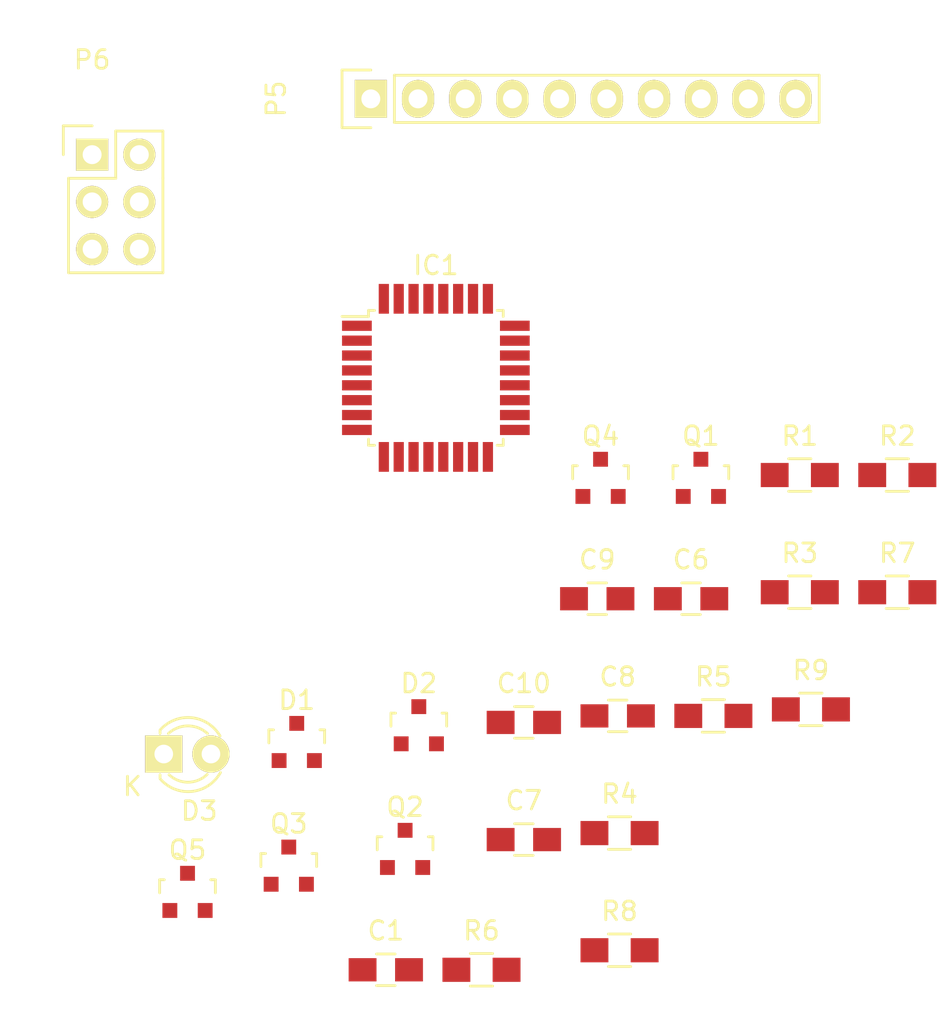
<source format=kicad_pcb>
(kicad_pcb (version 4) (host pcbnew 4.0.2+dfsg1-stable)

  (general
    (links 58)
    (no_connects 58)
    (area 0 0 0 0)
    (thickness 1.6)
    (drawings 0)
    (tracks 0)
    (zones 0)
    (modules 26)
    (nets 44)
  )

  (page A4)
  (layers
    (0 F.Cu signal)
    (31 B.Cu signal)
    (32 B.Adhes user)
    (33 F.Adhes user)
    (34 B.Paste user)
    (35 F.Paste user)
    (36 B.SilkS user)
    (37 F.SilkS user)
    (38 B.Mask user)
    (39 F.Mask user)
    (40 Dwgs.User user)
    (41 Cmts.User user)
    (42 Eco1.User user)
    (43 Eco2.User user)
    (44 Edge.Cuts user)
    (45 Margin user)
    (46 B.CrtYd user)
    (47 F.CrtYd user)
    (48 B.Fab user)
    (49 F.Fab user)
  )

  (setup
    (last_trace_width 0.25)
    (trace_clearance 0.2)
    (zone_clearance 0.508)
    (zone_45_only no)
    (trace_min 0.2)
    (segment_width 0.2)
    (edge_width 0.15)
    (via_size 0.6)
    (via_drill 0.4)
    (via_min_size 0.4)
    (via_min_drill 0.3)
    (uvia_size 0.3)
    (uvia_drill 0.1)
    (uvias_allowed no)
    (uvia_min_size 0.2)
    (uvia_min_drill 0.1)
    (pcb_text_width 0.3)
    (pcb_text_size 1.5 1.5)
    (mod_edge_width 0.15)
    (mod_text_size 1 1)
    (mod_text_width 0.15)
    (pad_size 1.524 1.524)
    (pad_drill 0.762)
    (pad_to_mask_clearance 0.2)
    (aux_axis_origin 0 0)
    (visible_elements FFFFFF7F)
    (pcbplotparams
      (layerselection 0x00030_80000001)
      (usegerberextensions false)
      (excludeedgelayer true)
      (linewidth 0.100000)
      (plotframeref false)
      (viasonmask false)
      (mode 1)
      (useauxorigin false)
      (hpglpennumber 1)
      (hpglpenspeed 20)
      (hpglpendiameter 15)
      (hpglpenoverlay 2)
      (psnegative false)
      (psa4output false)
      (plotreference true)
      (plotvalue true)
      (plotinvisibletext false)
      (padsonsilk false)
      (subtractmaskfromsilk false)
      (outputformat 1)
      (mirror false)
      (drillshape 1)
      (scaleselection 1)
      (outputdirectory ""))
  )

  (net 0 "")
  (net 1 /BRICK_I_FB)
  (net 2 GND)
  (net 3 +3V3)
  (net 4 "Net-(C7-Pad1)")
  (net 5 "Net-(C8-Pad2)")
  (net 6 "Net-(C9-Pad2)")
  (net 7 /UART_TX)
  (net 8 /UART_RX)
  (net 9 "Net-(D3-Pad2)")
  (net 10 /LCD_E)
  (net 11 /LCD_D4)
  (net 12 /LCD_D5)
  (net 13 /LCD_D6)
  (net 14 /LCD_D7)
  (net 15 /BRICK_ON)
  (net 16 /UC_ON)
  (net 17 /~CS_RFM)
  (net 18 /MOSI)
  (net 19 /MISO)
  (net 20 /SCK)
  (net 21 "Net-(IC1-Pad19)")
  (net 22 "Net-(IC1-Pad22)")
  (net 23 /STAT_LED)
  (net 24 "Net-(IC1-Pad25)")
  (net 25 /RFM_IRQ)
  (net 26 /RFM_CE)
  (net 27 /LCD_RW)
  (net 28 /~RESET)
  (net 29 /LCD_RS)
  (net 30 +5V)
  (net 31 "Net-(P5-Pad3)")
  (net 32 "Net-(Q1-Pad2)")
  (net 33 "Net-(Q1-Pad3)")
  (net 34 "Net-(Q2-Pad2)")
  (net 35 "Net-(Q2-Pad3)")
  (net 36 "Net-(C3-Pad1)")
  (net 37 "Net-(Q3-Pad2)")
  (net 38 +BATT)
  (net 39 "Net-(Q4-Pad3)")
  (net 40 "Net-(C2-Pad1)")
  (net 41 /CON_TX)
  (net 42 "Net-(R4-Pad1)")
  (net 43 /CON_RX)

  (net_class Default "This is the default net class."
    (clearance 0.2)
    (trace_width 0.25)
    (via_dia 0.6)
    (via_drill 0.4)
    (uvia_dia 0.3)
    (uvia_drill 0.1)
    (add_net +3V3)
    (add_net +5V)
    (add_net +BATT)
    (add_net /BRICK_I_FB)
    (add_net /BRICK_ON)
    (add_net /CON_RX)
    (add_net /CON_TX)
    (add_net /LCD_D4)
    (add_net /LCD_D5)
    (add_net /LCD_D6)
    (add_net /LCD_D7)
    (add_net /LCD_E)
    (add_net /LCD_RS)
    (add_net /LCD_RW)
    (add_net /MISO)
    (add_net /MOSI)
    (add_net /RFM_CE)
    (add_net /RFM_IRQ)
    (add_net /SCK)
    (add_net /STAT_LED)
    (add_net /UART_RX)
    (add_net /UART_TX)
    (add_net /UC_ON)
    (add_net /~CS_RFM)
    (add_net /~RESET)
    (add_net GND)
    (add_net "Net-(C2-Pad1)")
    (add_net "Net-(C3-Pad1)")
    (add_net "Net-(C7-Pad1)")
    (add_net "Net-(C8-Pad2)")
    (add_net "Net-(C9-Pad2)")
    (add_net "Net-(D3-Pad2)")
    (add_net "Net-(IC1-Pad19)")
    (add_net "Net-(IC1-Pad22)")
    (add_net "Net-(IC1-Pad25)")
    (add_net "Net-(P5-Pad3)")
    (add_net "Net-(Q1-Pad2)")
    (add_net "Net-(Q1-Pad3)")
    (add_net "Net-(Q2-Pad2)")
    (add_net "Net-(Q2-Pad3)")
    (add_net "Net-(Q3-Pad2)")
    (add_net "Net-(Q4-Pad3)")
    (add_net "Net-(R4-Pad1)")
  )

  (module Capacitors_SMD:C_0805_HandSoldering (layer F.Cu) (tedit 541A9B8D) (tstamp 574C50B4)
    (at 204.305001 120.325)
    (descr "Capacitor SMD 0805, hand soldering")
    (tags "capacitor 0805")
    (path /574C31C2)
    (attr smd)
    (fp_text reference C1 (at 0 -2.1) (layer F.SilkS)
      (effects (font (size 1 1) (thickness 0.15)))
    )
    (fp_text value 10n (at 0 2.1) (layer F.Fab)
      (effects (font (size 1 1) (thickness 0.15)))
    )
    (fp_line (start -2.3 -1) (end 2.3 -1) (layer F.CrtYd) (width 0.05))
    (fp_line (start -2.3 1) (end 2.3 1) (layer F.CrtYd) (width 0.05))
    (fp_line (start -2.3 -1) (end -2.3 1) (layer F.CrtYd) (width 0.05))
    (fp_line (start 2.3 -1) (end 2.3 1) (layer F.CrtYd) (width 0.05))
    (fp_line (start 0.5 -0.85) (end -0.5 -0.85) (layer F.SilkS) (width 0.15))
    (fp_line (start -0.5 0.85) (end 0.5 0.85) (layer F.SilkS) (width 0.15))
    (pad 1 smd rect (at -1.25 0) (size 1.5 1.25) (layers F.Cu F.Paste F.Mask)
      (net 1 /BRICK_I_FB))
    (pad 2 smd rect (at 1.25 0) (size 1.5 1.25) (layers F.Cu F.Paste F.Mask)
      (net 2 GND))
    (model Capacitors_SMD.3dshapes/C_0805_HandSoldering.wrl
      (at (xyz 0 0 0))
      (scale (xyz 1 1 1))
      (rotate (xyz 0 0 0))
    )
  )

  (module Capacitors_SMD:C_0805_HandSoldering (layer F.Cu) (tedit 541A9B8D) (tstamp 574C50BA)
    (at 220.735001 100.375)
    (descr "Capacitor SMD 0805, hand soldering")
    (tags "capacitor 0805")
    (path /574C773B)
    (attr smd)
    (fp_text reference C6 (at 0 -2.1) (layer F.SilkS)
      (effects (font (size 1 1) (thickness 0.15)))
    )
    (fp_text value 100n (at 0 2.1) (layer F.Fab)
      (effects (font (size 1 1) (thickness 0.15)))
    )
    (fp_line (start -2.3 -1) (end 2.3 -1) (layer F.CrtYd) (width 0.05))
    (fp_line (start -2.3 1) (end 2.3 1) (layer F.CrtYd) (width 0.05))
    (fp_line (start -2.3 -1) (end -2.3 1) (layer F.CrtYd) (width 0.05))
    (fp_line (start 2.3 -1) (end 2.3 1) (layer F.CrtYd) (width 0.05))
    (fp_line (start 0.5 -0.85) (end -0.5 -0.85) (layer F.SilkS) (width 0.15))
    (fp_line (start -0.5 0.85) (end 0.5 0.85) (layer F.SilkS) (width 0.15))
    (pad 1 smd rect (at -1.25 0) (size 1.5 1.25) (layers F.Cu F.Paste F.Mask)
      (net 3 +3V3))
    (pad 2 smd rect (at 1.25 0) (size 1.5 1.25) (layers F.Cu F.Paste F.Mask)
      (net 2 GND))
    (model Capacitors_SMD.3dshapes/C_0805_HandSoldering.wrl
      (at (xyz 0 0 0))
      (scale (xyz 1 1 1))
      (rotate (xyz 0 0 0))
    )
  )

  (module Capacitors_SMD:C_0805_HandSoldering (layer F.Cu) (tedit 541A9B8D) (tstamp 574C50C0)
    (at 211.735001 113.325)
    (descr "Capacitor SMD 0805, hand soldering")
    (tags "capacitor 0805")
    (path /574C749D)
    (attr smd)
    (fp_text reference C7 (at 0 -2.1) (layer F.SilkS)
      (effects (font (size 1 1) (thickness 0.15)))
    )
    (fp_text value 100n (at 0 2.1) (layer F.Fab)
      (effects (font (size 1 1) (thickness 0.15)))
    )
    (fp_line (start -2.3 -1) (end 2.3 -1) (layer F.CrtYd) (width 0.05))
    (fp_line (start -2.3 1) (end 2.3 1) (layer F.CrtYd) (width 0.05))
    (fp_line (start -2.3 -1) (end -2.3 1) (layer F.CrtYd) (width 0.05))
    (fp_line (start 2.3 -1) (end 2.3 1) (layer F.CrtYd) (width 0.05))
    (fp_line (start 0.5 -0.85) (end -0.5 -0.85) (layer F.SilkS) (width 0.15))
    (fp_line (start -0.5 0.85) (end 0.5 0.85) (layer F.SilkS) (width 0.15))
    (pad 1 smd rect (at -1.25 0) (size 1.5 1.25) (layers F.Cu F.Paste F.Mask)
      (net 4 "Net-(C7-Pad1)"))
    (pad 2 smd rect (at 1.25 0) (size 1.5 1.25) (layers F.Cu F.Paste F.Mask)
      (net 2 GND))
    (model Capacitors_SMD.3dshapes/C_0805_HandSoldering.wrl
      (at (xyz 0 0 0))
      (scale (xyz 1 1 1))
      (rotate (xyz 0 0 0))
    )
  )

  (module Capacitors_SMD:C_0805_HandSoldering (layer F.Cu) (tedit 541A9B8D) (tstamp 574C50C6)
    (at 216.785001 106.675)
    (descr "Capacitor SMD 0805, hand soldering")
    (tags "capacitor 0805")
    (path /574C1E66)
    (attr smd)
    (fp_text reference C8 (at 0 -2.1) (layer F.SilkS)
      (effects (font (size 1 1) (thickness 0.15)))
    )
    (fp_text value 22p (at 0 2.1) (layer F.Fab)
      (effects (font (size 1 1) (thickness 0.15)))
    )
    (fp_line (start -2.3 -1) (end 2.3 -1) (layer F.CrtYd) (width 0.05))
    (fp_line (start -2.3 1) (end 2.3 1) (layer F.CrtYd) (width 0.05))
    (fp_line (start -2.3 -1) (end -2.3 1) (layer F.CrtYd) (width 0.05))
    (fp_line (start 2.3 -1) (end 2.3 1) (layer F.CrtYd) (width 0.05))
    (fp_line (start 0.5 -0.85) (end -0.5 -0.85) (layer F.SilkS) (width 0.15))
    (fp_line (start -0.5 0.85) (end 0.5 0.85) (layer F.SilkS) (width 0.15))
    (pad 1 smd rect (at -1.25 0) (size 1.5 1.25) (layers F.Cu F.Paste F.Mask)
      (net 2 GND))
    (pad 2 smd rect (at 1.25 0) (size 1.5 1.25) (layers F.Cu F.Paste F.Mask)
      (net 5 "Net-(C8-Pad2)"))
    (model Capacitors_SMD.3dshapes/C_0805_HandSoldering.wrl
      (at (xyz 0 0 0))
      (scale (xyz 1 1 1))
      (rotate (xyz 0 0 0))
    )
  )

  (module Capacitors_SMD:C_0805_HandSoldering (layer F.Cu) (tedit 541A9B8D) (tstamp 574C50CC)
    (at 215.685001 100.375)
    (descr "Capacitor SMD 0805, hand soldering")
    (tags "capacitor 0805")
    (path /574C1D74)
    (attr smd)
    (fp_text reference C9 (at 0 -2.1) (layer F.SilkS)
      (effects (font (size 1 1) (thickness 0.15)))
    )
    (fp_text value 22p (at 0 2.1) (layer F.Fab)
      (effects (font (size 1 1) (thickness 0.15)))
    )
    (fp_line (start -2.3 -1) (end 2.3 -1) (layer F.CrtYd) (width 0.05))
    (fp_line (start -2.3 1) (end 2.3 1) (layer F.CrtYd) (width 0.05))
    (fp_line (start -2.3 -1) (end -2.3 1) (layer F.CrtYd) (width 0.05))
    (fp_line (start 2.3 -1) (end 2.3 1) (layer F.CrtYd) (width 0.05))
    (fp_line (start 0.5 -0.85) (end -0.5 -0.85) (layer F.SilkS) (width 0.15))
    (fp_line (start -0.5 0.85) (end 0.5 0.85) (layer F.SilkS) (width 0.15))
    (pad 1 smd rect (at -1.25 0) (size 1.5 1.25) (layers F.Cu F.Paste F.Mask)
      (net 2 GND))
    (pad 2 smd rect (at 1.25 0) (size 1.5 1.25) (layers F.Cu F.Paste F.Mask)
      (net 6 "Net-(C9-Pad2)"))
    (model Capacitors_SMD.3dshapes/C_0805_HandSoldering.wrl
      (at (xyz 0 0 0))
      (scale (xyz 1 1 1))
      (rotate (xyz 0 0 0))
    )
  )

  (module Capacitors_SMD:C_0805_HandSoldering (layer F.Cu) (tedit 541A9B8D) (tstamp 574C50D2)
    (at 211.735001 107.025)
    (descr "Capacitor SMD 0805, hand soldering")
    (tags "capacitor 0805")
    (path /574CCB2B)
    (attr smd)
    (fp_text reference C10 (at 0 -2.1) (layer F.SilkS)
      (effects (font (size 1 1) (thickness 0.15)))
    )
    (fp_text value 100n (at 0 2.1) (layer F.Fab)
      (effects (font (size 1 1) (thickness 0.15)))
    )
    (fp_line (start -2.3 -1) (end 2.3 -1) (layer F.CrtYd) (width 0.05))
    (fp_line (start -2.3 1) (end 2.3 1) (layer F.CrtYd) (width 0.05))
    (fp_line (start -2.3 -1) (end -2.3 1) (layer F.CrtYd) (width 0.05))
    (fp_line (start 2.3 -1) (end 2.3 1) (layer F.CrtYd) (width 0.05))
    (fp_line (start 0.5 -0.85) (end -0.5 -0.85) (layer F.SilkS) (width 0.15))
    (fp_line (start -0.5 0.85) (end 0.5 0.85) (layer F.SilkS) (width 0.15))
    (pad 1 smd rect (at -1.25 0) (size 1.5 1.25) (layers F.Cu F.Paste F.Mask)
      (net 3 +3V3))
    (pad 2 smd rect (at 1.25 0) (size 1.5 1.25) (layers F.Cu F.Paste F.Mask)
      (net 2 GND))
    (model Capacitors_SMD.3dshapes/C_0805_HandSoldering.wrl
      (at (xyz 0 0 0))
      (scale (xyz 1 1 1))
      (rotate (xyz 0 0 0))
    )
  )

  (module TO_SOT_Packages_SMD:SOT-23 (layer F.Cu) (tedit 553634F8) (tstamp 574C50D9)
    (at 199.512143 108.075)
    (descr "SOT-23, Standard")
    (tags SOT-23)
    (path /574C1DD6)
    (attr smd)
    (fp_text reference D1 (at 0 -2.25) (layer F.SilkS)
      (effects (font (size 1 1) (thickness 0.15)))
    )
    (fp_text value BAR43S (at 0 2.3) (layer F.Fab)
      (effects (font (size 1 1) (thickness 0.15)))
    )
    (fp_line (start -1.65 -1.6) (end 1.65 -1.6) (layer F.CrtYd) (width 0.05))
    (fp_line (start 1.65 -1.6) (end 1.65 1.6) (layer F.CrtYd) (width 0.05))
    (fp_line (start 1.65 1.6) (end -1.65 1.6) (layer F.CrtYd) (width 0.05))
    (fp_line (start -1.65 1.6) (end -1.65 -1.6) (layer F.CrtYd) (width 0.05))
    (fp_line (start 1.29916 -0.65024) (end 1.2509 -0.65024) (layer F.SilkS) (width 0.15))
    (fp_line (start -1.49982 0.0508) (end -1.49982 -0.65024) (layer F.SilkS) (width 0.15))
    (fp_line (start -1.49982 -0.65024) (end -1.2509 -0.65024) (layer F.SilkS) (width 0.15))
    (fp_line (start 1.29916 -0.65024) (end 1.49982 -0.65024) (layer F.SilkS) (width 0.15))
    (fp_line (start 1.49982 -0.65024) (end 1.49982 0.0508) (layer F.SilkS) (width 0.15))
    (pad 1 smd rect (at -0.95 1.00076) (size 0.8001 0.8001) (layers F.Cu F.Paste F.Mask)
      (net 3 +3V3))
    (pad 2 smd rect (at 0.95 1.00076) (size 0.8001 0.8001) (layers F.Cu F.Paste F.Mask)
      (net 2 GND))
    (pad 3 smd rect (at 0 -0.99822) (size 0.8001 0.8001) (layers F.Cu F.Paste F.Mask)
      (net 7 /UART_TX))
    (model TO_SOT_Packages_SMD.3dshapes/SOT-23.wrl
      (at (xyz 0 0 0))
      (scale (xyz 1 1 1))
      (rotate (xyz 0 0 0))
    )
  )

  (module TO_SOT_Packages_SMD:SOT-23 (layer F.Cu) (tedit 553634F8) (tstamp 574C50E0)
    (at 206.082143 107.175)
    (descr "SOT-23, Standard")
    (tags SOT-23)
    (path /574C223A)
    (attr smd)
    (fp_text reference D2 (at 0 -2.25) (layer F.SilkS)
      (effects (font (size 1 1) (thickness 0.15)))
    )
    (fp_text value BAR43S (at 0 2.3) (layer F.Fab)
      (effects (font (size 1 1) (thickness 0.15)))
    )
    (fp_line (start -1.65 -1.6) (end 1.65 -1.6) (layer F.CrtYd) (width 0.05))
    (fp_line (start 1.65 -1.6) (end 1.65 1.6) (layer F.CrtYd) (width 0.05))
    (fp_line (start 1.65 1.6) (end -1.65 1.6) (layer F.CrtYd) (width 0.05))
    (fp_line (start -1.65 1.6) (end -1.65 -1.6) (layer F.CrtYd) (width 0.05))
    (fp_line (start 1.29916 -0.65024) (end 1.2509 -0.65024) (layer F.SilkS) (width 0.15))
    (fp_line (start -1.49982 0.0508) (end -1.49982 -0.65024) (layer F.SilkS) (width 0.15))
    (fp_line (start -1.49982 -0.65024) (end -1.2509 -0.65024) (layer F.SilkS) (width 0.15))
    (fp_line (start 1.29916 -0.65024) (end 1.49982 -0.65024) (layer F.SilkS) (width 0.15))
    (fp_line (start 1.49982 -0.65024) (end 1.49982 0.0508) (layer F.SilkS) (width 0.15))
    (pad 1 smd rect (at -0.95 1.00076) (size 0.8001 0.8001) (layers F.Cu F.Paste F.Mask)
      (net 3 +3V3))
    (pad 2 smd rect (at 0.95 1.00076) (size 0.8001 0.8001) (layers F.Cu F.Paste F.Mask)
      (net 2 GND))
    (pad 3 smd rect (at 0 -0.99822) (size 0.8001 0.8001) (layers F.Cu F.Paste F.Mask)
      (net 8 /UART_RX))
    (model TO_SOT_Packages_SMD.3dshapes/SOT-23.wrl
      (at (xyz 0 0 0))
      (scale (xyz 1 1 1))
      (rotate (xyz 0 0 0))
    )
  )

  (module LEDs:LED-3MM (layer F.Cu) (tedit 559B82F6) (tstamp 574C50E6)
    (at 192.355001 108.725)
    (descr "LED 3mm round vertical")
    (tags "LED  3mm round vertical")
    (path /574CF70A)
    (fp_text reference D3 (at 1.91 3.06) (layer F.SilkS)
      (effects (font (size 1 1) (thickness 0.15)))
    )
    (fp_text value LED (at 1.3 -2.9) (layer F.Fab)
      (effects (font (size 1 1) (thickness 0.15)))
    )
    (fp_line (start -1.2 2.3) (end 3.8 2.3) (layer F.CrtYd) (width 0.05))
    (fp_line (start 3.8 2.3) (end 3.8 -2.2) (layer F.CrtYd) (width 0.05))
    (fp_line (start 3.8 -2.2) (end -1.2 -2.2) (layer F.CrtYd) (width 0.05))
    (fp_line (start -1.2 -2.2) (end -1.2 2.3) (layer F.CrtYd) (width 0.05))
    (fp_line (start -0.199 1.314) (end -0.199 1.114) (layer F.SilkS) (width 0.15))
    (fp_line (start -0.199 -1.28) (end -0.199 -1.1) (layer F.SilkS) (width 0.15))
    (fp_arc (start 1.301 0.034) (end -0.199 -1.286) (angle 108.5) (layer F.SilkS) (width 0.15))
    (fp_arc (start 1.301 0.034) (end 0.25 -1.1) (angle 85.7) (layer F.SilkS) (width 0.15))
    (fp_arc (start 1.311 0.034) (end 3.051 0.994) (angle 110) (layer F.SilkS) (width 0.15))
    (fp_arc (start 1.301 0.034) (end 2.335 1.094) (angle 87.5) (layer F.SilkS) (width 0.15))
    (fp_text user K (at -1.69 1.74) (layer F.SilkS)
      (effects (font (size 1 1) (thickness 0.15)))
    )
    (pad 1 thru_hole rect (at 0 0 90) (size 2 2) (drill 1.00076) (layers *.Cu *.Mask F.SilkS)
      (net 2 GND))
    (pad 2 thru_hole circle (at 2.54 0) (size 2 2) (drill 1.00076) (layers *.Cu *.Mask F.SilkS)
      (net 9 "Net-(D3-Pad2)"))
    (model LEDs.3dshapes/LED-3MM.wrl
      (at (xyz 0.05 0 0))
      (scale (xyz 1 1 1))
      (rotate (xyz 0 0 90))
    )
  )

  (module Housings_QFP:TQFP-32_7x7mm_Pitch0.8mm (layer F.Cu) (tedit 54130A77) (tstamp 574C510A)
    (at 207 88.5)
    (descr "32-Lead Plastic Thin Quad Flatpack (PT) - 7x7x1.0 mm Body, 2.00 mm [TQFP] (see Microchip Packaging Specification 00000049BS.pdf)")
    (tags "QFP 0.8")
    (path /574C1C85)
    (attr smd)
    (fp_text reference IC1 (at 0 -6.05) (layer F.SilkS)
      (effects (font (size 1 1) (thickness 0.15)))
    )
    (fp_text value ATMEGA328P-A (at 0 6.05) (layer F.Fab)
      (effects (font (size 1 1) (thickness 0.15)))
    )
    (fp_line (start -5.3 -5.3) (end -5.3 5.3) (layer F.CrtYd) (width 0.05))
    (fp_line (start 5.3 -5.3) (end 5.3 5.3) (layer F.CrtYd) (width 0.05))
    (fp_line (start -5.3 -5.3) (end 5.3 -5.3) (layer F.CrtYd) (width 0.05))
    (fp_line (start -5.3 5.3) (end 5.3 5.3) (layer F.CrtYd) (width 0.05))
    (fp_line (start -3.625 -3.625) (end -3.625 -3.3) (layer F.SilkS) (width 0.15))
    (fp_line (start 3.625 -3.625) (end 3.625 -3.3) (layer F.SilkS) (width 0.15))
    (fp_line (start 3.625 3.625) (end 3.625 3.3) (layer F.SilkS) (width 0.15))
    (fp_line (start -3.625 3.625) (end -3.625 3.3) (layer F.SilkS) (width 0.15))
    (fp_line (start -3.625 -3.625) (end -3.3 -3.625) (layer F.SilkS) (width 0.15))
    (fp_line (start -3.625 3.625) (end -3.3 3.625) (layer F.SilkS) (width 0.15))
    (fp_line (start 3.625 3.625) (end 3.3 3.625) (layer F.SilkS) (width 0.15))
    (fp_line (start 3.625 -3.625) (end 3.3 -3.625) (layer F.SilkS) (width 0.15))
    (fp_line (start -3.625 -3.3) (end -5.05 -3.3) (layer F.SilkS) (width 0.15))
    (pad 1 smd rect (at -4.25 -2.8) (size 1.6 0.55) (layers F.Cu F.Paste F.Mask)
      (net 10 /LCD_E))
    (pad 2 smd rect (at -4.25 -2) (size 1.6 0.55) (layers F.Cu F.Paste F.Mask)
      (net 11 /LCD_D4))
    (pad 3 smd rect (at -4.25 -1.2) (size 1.6 0.55) (layers F.Cu F.Paste F.Mask)
      (net 2 GND))
    (pad 4 smd rect (at -4.25 -0.4) (size 1.6 0.55) (layers F.Cu F.Paste F.Mask)
      (net 3 +3V3))
    (pad 5 smd rect (at -4.25 0.4) (size 1.6 0.55) (layers F.Cu F.Paste F.Mask)
      (net 2 GND))
    (pad 6 smd rect (at -4.25 1.2) (size 1.6 0.55) (layers F.Cu F.Paste F.Mask)
      (net 3 +3V3))
    (pad 7 smd rect (at -4.25 2) (size 1.6 0.55) (layers F.Cu F.Paste F.Mask)
      (net 5 "Net-(C8-Pad2)"))
    (pad 8 smd rect (at -4.25 2.8) (size 1.6 0.55) (layers F.Cu F.Paste F.Mask)
      (net 6 "Net-(C9-Pad2)"))
    (pad 9 smd rect (at -2.8 4.25 90) (size 1.6 0.55) (layers F.Cu F.Paste F.Mask)
      (net 12 /LCD_D5))
    (pad 10 smd rect (at -2 4.25 90) (size 1.6 0.55) (layers F.Cu F.Paste F.Mask)
      (net 13 /LCD_D6))
    (pad 11 smd rect (at -1.2 4.25 90) (size 1.6 0.55) (layers F.Cu F.Paste F.Mask)
      (net 14 /LCD_D7))
    (pad 12 smd rect (at -0.4 4.25 90) (size 1.6 0.55) (layers F.Cu F.Paste F.Mask)
      (net 15 /BRICK_ON))
    (pad 13 smd rect (at 0.4 4.25 90) (size 1.6 0.55) (layers F.Cu F.Paste F.Mask)
      (net 16 /UC_ON))
    (pad 14 smd rect (at 1.2 4.25 90) (size 1.6 0.55) (layers F.Cu F.Paste F.Mask)
      (net 17 /~CS_RFM))
    (pad 15 smd rect (at 2 4.25 90) (size 1.6 0.55) (layers F.Cu F.Paste F.Mask)
      (net 18 /MOSI))
    (pad 16 smd rect (at 2.8 4.25 90) (size 1.6 0.55) (layers F.Cu F.Paste F.Mask)
      (net 19 /MISO))
    (pad 17 smd rect (at 4.25 2.8) (size 1.6 0.55) (layers F.Cu F.Paste F.Mask)
      (net 20 /SCK))
    (pad 18 smd rect (at 4.25 2) (size 1.6 0.55) (layers F.Cu F.Paste F.Mask)
      (net 3 +3V3))
    (pad 19 smd rect (at 4.25 1.2) (size 1.6 0.55) (layers F.Cu F.Paste F.Mask)
      (net 21 "Net-(IC1-Pad19)"))
    (pad 20 smd rect (at 4.25 0.4) (size 1.6 0.55) (layers F.Cu F.Paste F.Mask)
      (net 4 "Net-(C7-Pad1)"))
    (pad 21 smd rect (at 4.25 -0.4) (size 1.6 0.55) (layers F.Cu F.Paste F.Mask)
      (net 2 GND))
    (pad 22 smd rect (at 4.25 -1.2) (size 1.6 0.55) (layers F.Cu F.Paste F.Mask)
      (net 22 "Net-(IC1-Pad22)"))
    (pad 23 smd rect (at 4.25 -2) (size 1.6 0.55) (layers F.Cu F.Paste F.Mask)
      (net 1 /BRICK_I_FB))
    (pad 24 smd rect (at 4.25 -2.8) (size 1.6 0.55) (layers F.Cu F.Paste F.Mask)
      (net 23 /STAT_LED))
    (pad 25 smd rect (at 2.8 -4.25 90) (size 1.6 0.55) (layers F.Cu F.Paste F.Mask)
      (net 24 "Net-(IC1-Pad25)"))
    (pad 26 smd rect (at 2 -4.25 90) (size 1.6 0.55) (layers F.Cu F.Paste F.Mask)
      (net 25 /RFM_IRQ))
    (pad 27 smd rect (at 1.2 -4.25 90) (size 1.6 0.55) (layers F.Cu F.Paste F.Mask)
      (net 26 /RFM_CE))
    (pad 28 smd rect (at 0.4 -4.25 90) (size 1.6 0.55) (layers F.Cu F.Paste F.Mask)
      (net 27 /LCD_RW))
    (pad 29 smd rect (at -0.4 -4.25 90) (size 1.6 0.55) (layers F.Cu F.Paste F.Mask)
      (net 28 /~RESET))
    (pad 30 smd rect (at -1.2 -4.25 90) (size 1.6 0.55) (layers F.Cu F.Paste F.Mask)
      (net 8 /UART_RX))
    (pad 31 smd rect (at -2 -4.25 90) (size 1.6 0.55) (layers F.Cu F.Paste F.Mask)
      (net 7 /UART_TX))
    (pad 32 smd rect (at -2.8 -4.25 90) (size 1.6 0.55) (layers F.Cu F.Paste F.Mask)
      (net 29 /LCD_RS))
    (model Housings_QFP.3dshapes/TQFP-32_7x7mm_Pitch0.8mm.wrl
      (at (xyz 0 0 0))
      (scale (xyz 1 1 1))
      (rotate (xyz 0 0 0))
    )
  )

  (module Pin_Headers:Pin_Header_Straight_1x10 (layer F.Cu) (tedit 0) (tstamp 574C5118)
    (at 203.5 73.5 90)
    (descr "Through hole pin header")
    (tags "pin header")
    (path /574C938A)
    (fp_text reference P5 (at 0 -5.1 90) (layer F.SilkS)
      (effects (font (size 1 1) (thickness 0.15)))
    )
    (fp_text value HD44780_LCD (at 0 -3.1 90) (layer F.Fab)
      (effects (font (size 1 1) (thickness 0.15)))
    )
    (fp_line (start -1.75 -1.75) (end -1.75 24.65) (layer F.CrtYd) (width 0.05))
    (fp_line (start 1.75 -1.75) (end 1.75 24.65) (layer F.CrtYd) (width 0.05))
    (fp_line (start -1.75 -1.75) (end 1.75 -1.75) (layer F.CrtYd) (width 0.05))
    (fp_line (start -1.75 24.65) (end 1.75 24.65) (layer F.CrtYd) (width 0.05))
    (fp_line (start 1.27 1.27) (end 1.27 24.13) (layer F.SilkS) (width 0.15))
    (fp_line (start 1.27 24.13) (end -1.27 24.13) (layer F.SilkS) (width 0.15))
    (fp_line (start -1.27 24.13) (end -1.27 1.27) (layer F.SilkS) (width 0.15))
    (fp_line (start 1.55 -1.55) (end 1.55 0) (layer F.SilkS) (width 0.15))
    (fp_line (start 1.27 1.27) (end -1.27 1.27) (layer F.SilkS) (width 0.15))
    (fp_line (start -1.55 0) (end -1.55 -1.55) (layer F.SilkS) (width 0.15))
    (fp_line (start -1.55 -1.55) (end 1.55 -1.55) (layer F.SilkS) (width 0.15))
    (pad 1 thru_hole rect (at 0 0 90) (size 2.032 1.7272) (drill 1.016) (layers *.Cu *.Mask F.SilkS)
      (net 2 GND))
    (pad 2 thru_hole oval (at 0 2.54 90) (size 2.032 1.7272) (drill 1.016) (layers *.Cu *.Mask F.SilkS)
      (net 30 +5V))
    (pad 3 thru_hole oval (at 0 5.08 90) (size 2.032 1.7272) (drill 1.016) (layers *.Cu *.Mask F.SilkS)
      (net 31 "Net-(P5-Pad3)"))
    (pad 4 thru_hole oval (at 0 7.62 90) (size 2.032 1.7272) (drill 1.016) (layers *.Cu *.Mask F.SilkS)
      (net 29 /LCD_RS))
    (pad 5 thru_hole oval (at 0 10.16 90) (size 2.032 1.7272) (drill 1.016) (layers *.Cu *.Mask F.SilkS)
      (net 27 /LCD_RW))
    (pad 6 thru_hole oval (at 0 12.7 90) (size 2.032 1.7272) (drill 1.016) (layers *.Cu *.Mask F.SilkS)
      (net 10 /LCD_E))
    (pad 7 thru_hole oval (at 0 15.24 90) (size 2.032 1.7272) (drill 1.016) (layers *.Cu *.Mask F.SilkS)
      (net 11 /LCD_D4))
    (pad 8 thru_hole oval (at 0 17.78 90) (size 2.032 1.7272) (drill 1.016) (layers *.Cu *.Mask F.SilkS)
      (net 12 /LCD_D5))
    (pad 9 thru_hole oval (at 0 20.32 90) (size 2.032 1.7272) (drill 1.016) (layers *.Cu *.Mask F.SilkS)
      (net 13 /LCD_D6))
    (pad 10 thru_hole oval (at 0 22.86 90) (size 2.032 1.7272) (drill 1.016) (layers *.Cu *.Mask F.SilkS)
      (net 14 /LCD_D7))
    (model Pin_Headers.3dshapes/Pin_Header_Straight_1x10.wrl
      (at (xyz 0 -0.45 0))
      (scale (xyz 1 1 1))
      (rotate (xyz 0 0 90))
    )
  )

  (module Pin_Headers:Pin_Header_Straight_2x03 (layer F.Cu) (tedit 54EA0A4B) (tstamp 574C5122)
    (at 188.5 76.5)
    (descr "Through hole pin header")
    (tags "pin header")
    (path /574C85DF)
    (fp_text reference P6 (at 0 -5.1) (layer F.SilkS)
      (effects (font (size 1 1) (thickness 0.15)))
    )
    (fp_text value CONN_02X03 (at 0 -3.1) (layer F.Fab)
      (effects (font (size 1 1) (thickness 0.15)))
    )
    (fp_line (start -1.27 1.27) (end -1.27 6.35) (layer F.SilkS) (width 0.15))
    (fp_line (start -1.55 -1.55) (end 0 -1.55) (layer F.SilkS) (width 0.15))
    (fp_line (start -1.75 -1.75) (end -1.75 6.85) (layer F.CrtYd) (width 0.05))
    (fp_line (start 4.3 -1.75) (end 4.3 6.85) (layer F.CrtYd) (width 0.05))
    (fp_line (start -1.75 -1.75) (end 4.3 -1.75) (layer F.CrtYd) (width 0.05))
    (fp_line (start -1.75 6.85) (end 4.3 6.85) (layer F.CrtYd) (width 0.05))
    (fp_line (start 1.27 -1.27) (end 1.27 1.27) (layer F.SilkS) (width 0.15))
    (fp_line (start 1.27 1.27) (end -1.27 1.27) (layer F.SilkS) (width 0.15))
    (fp_line (start -1.27 6.35) (end 3.81 6.35) (layer F.SilkS) (width 0.15))
    (fp_line (start 3.81 6.35) (end 3.81 1.27) (layer F.SilkS) (width 0.15))
    (fp_line (start -1.55 -1.55) (end -1.55 0) (layer F.SilkS) (width 0.15))
    (fp_line (start 3.81 -1.27) (end 1.27 -1.27) (layer F.SilkS) (width 0.15))
    (fp_line (start 3.81 1.27) (end 3.81 -1.27) (layer F.SilkS) (width 0.15))
    (pad 1 thru_hole rect (at 0 0) (size 1.7272 1.7272) (drill 1.016) (layers *.Cu *.Mask F.SilkS)
      (net 19 /MISO))
    (pad 2 thru_hole oval (at 2.54 0) (size 1.7272 1.7272) (drill 1.016) (layers *.Cu *.Mask F.SilkS)
      (net 3 +3V3))
    (pad 3 thru_hole oval (at 0 2.54) (size 1.7272 1.7272) (drill 1.016) (layers *.Cu *.Mask F.SilkS)
      (net 20 /SCK))
    (pad 4 thru_hole oval (at 2.54 2.54) (size 1.7272 1.7272) (drill 1.016) (layers *.Cu *.Mask F.SilkS)
      (net 18 /MOSI))
    (pad 5 thru_hole oval (at 0 5.08) (size 1.7272 1.7272) (drill 1.016) (layers *.Cu *.Mask F.SilkS)
      (net 28 /~RESET))
    (pad 6 thru_hole oval (at 2.54 5.08) (size 1.7272 1.7272) (drill 1.016) (layers *.Cu *.Mask F.SilkS)
      (net 2 GND))
    (model Pin_Headers.3dshapes/Pin_Header_Straight_2x03.wrl
      (at (xyz 0.05 -0.1 0))
      (scale (xyz 1 1 1))
      (rotate (xyz 0 0 90))
    )
  )

  (module TO_SOT_Packages_SMD:SOT-23 (layer F.Cu) (tedit 553634F8) (tstamp 574C5129)
    (at 221.263571 93.875)
    (descr "SOT-23, Standard")
    (tags SOT-23)
    (path /574C4100)
    (attr smd)
    (fp_text reference Q1 (at 0 -2.25) (layer F.SilkS)
      (effects (font (size 1 1) (thickness 0.15)))
    )
    (fp_text value BC349 (at 0 2.3) (layer F.Fab)
      (effects (font (size 1 1) (thickness 0.15)))
    )
    (fp_line (start -1.65 -1.6) (end 1.65 -1.6) (layer F.CrtYd) (width 0.05))
    (fp_line (start 1.65 -1.6) (end 1.65 1.6) (layer F.CrtYd) (width 0.05))
    (fp_line (start 1.65 1.6) (end -1.65 1.6) (layer F.CrtYd) (width 0.05))
    (fp_line (start -1.65 1.6) (end -1.65 -1.6) (layer F.CrtYd) (width 0.05))
    (fp_line (start 1.29916 -0.65024) (end 1.2509 -0.65024) (layer F.SilkS) (width 0.15))
    (fp_line (start -1.49982 0.0508) (end -1.49982 -0.65024) (layer F.SilkS) (width 0.15))
    (fp_line (start -1.49982 -0.65024) (end -1.2509 -0.65024) (layer F.SilkS) (width 0.15))
    (fp_line (start 1.29916 -0.65024) (end 1.49982 -0.65024) (layer F.SilkS) (width 0.15))
    (fp_line (start 1.49982 -0.65024) (end 1.49982 0.0508) (layer F.SilkS) (width 0.15))
    (pad 1 smd rect (at -0.95 1.00076) (size 0.8001 0.8001) (layers F.Cu F.Paste F.Mask)
      (net 15 /BRICK_ON))
    (pad 2 smd rect (at 0.95 1.00076) (size 0.8001 0.8001) (layers F.Cu F.Paste F.Mask)
      (net 32 "Net-(Q1-Pad2)"))
    (pad 3 smd rect (at 0 -0.99822) (size 0.8001 0.8001) (layers F.Cu F.Paste F.Mask)
      (net 33 "Net-(Q1-Pad3)"))
    (model TO_SOT_Packages_SMD.3dshapes/SOT-23.wrl
      (at (xyz 0 0 0))
      (scale (xyz 1 1 1))
      (rotate (xyz 0 0 0))
    )
  )

  (module TO_SOT_Packages_SMD:SOT-23 (layer F.Cu) (tedit 553634F8) (tstamp 574C5130)
    (at 205.343571 113.825)
    (descr "SOT-23, Standard")
    (tags SOT-23)
    (path /574C520B)
    (attr smd)
    (fp_text reference Q2 (at 0 -2.25) (layer F.SilkS)
      (effects (font (size 1 1) (thickness 0.15)))
    )
    (fp_text value BC349 (at 0 2.3) (layer F.Fab)
      (effects (font (size 1 1) (thickness 0.15)))
    )
    (fp_line (start -1.65 -1.6) (end 1.65 -1.6) (layer F.CrtYd) (width 0.05))
    (fp_line (start 1.65 -1.6) (end 1.65 1.6) (layer F.CrtYd) (width 0.05))
    (fp_line (start 1.65 1.6) (end -1.65 1.6) (layer F.CrtYd) (width 0.05))
    (fp_line (start -1.65 1.6) (end -1.65 -1.6) (layer F.CrtYd) (width 0.05))
    (fp_line (start 1.29916 -0.65024) (end 1.2509 -0.65024) (layer F.SilkS) (width 0.15))
    (fp_line (start -1.49982 0.0508) (end -1.49982 -0.65024) (layer F.SilkS) (width 0.15))
    (fp_line (start -1.49982 -0.65024) (end -1.2509 -0.65024) (layer F.SilkS) (width 0.15))
    (fp_line (start 1.29916 -0.65024) (end 1.49982 -0.65024) (layer F.SilkS) (width 0.15))
    (fp_line (start 1.49982 -0.65024) (end 1.49982 0.0508) (layer F.SilkS) (width 0.15))
    (pad 1 smd rect (at -0.95 1.00076) (size 0.8001 0.8001) (layers F.Cu F.Paste F.Mask)
      (net 16 /UC_ON))
    (pad 2 smd rect (at 0.95 1.00076) (size 0.8001 0.8001) (layers F.Cu F.Paste F.Mask)
      (net 34 "Net-(Q2-Pad2)"))
    (pad 3 smd rect (at 0 -0.99822) (size 0.8001 0.8001) (layers F.Cu F.Paste F.Mask)
      (net 35 "Net-(Q2-Pad3)"))
    (model TO_SOT_Packages_SMD.3dshapes/SOT-23.wrl
      (at (xyz 0 0 0))
      (scale (xyz 1 1 1))
      (rotate (xyz 0 0 0))
    )
  )

  (module TO_SOT_Packages_SMD:SOT-23 (layer F.Cu) (tedit 553634F8) (tstamp 574C5137)
    (at 199.083571 114.725)
    (descr "SOT-23, Standard")
    (tags SOT-23)
    (path /574C3031)
    (attr smd)
    (fp_text reference Q3 (at 0 -2.25) (layer F.SilkS)
      (effects (font (size 1 1) (thickness 0.15)))
    )
    (fp_text value BC358 (at 0 2.3) (layer F.Fab)
      (effects (font (size 1 1) (thickness 0.15)))
    )
    (fp_line (start -1.65 -1.6) (end 1.65 -1.6) (layer F.CrtYd) (width 0.05))
    (fp_line (start 1.65 -1.6) (end 1.65 1.6) (layer F.CrtYd) (width 0.05))
    (fp_line (start 1.65 1.6) (end -1.65 1.6) (layer F.CrtYd) (width 0.05))
    (fp_line (start -1.65 1.6) (end -1.65 -1.6) (layer F.CrtYd) (width 0.05))
    (fp_line (start 1.29916 -0.65024) (end 1.2509 -0.65024) (layer F.SilkS) (width 0.15))
    (fp_line (start -1.49982 0.0508) (end -1.49982 -0.65024) (layer F.SilkS) (width 0.15))
    (fp_line (start -1.49982 -0.65024) (end -1.2509 -0.65024) (layer F.SilkS) (width 0.15))
    (fp_line (start 1.29916 -0.65024) (end 1.49982 -0.65024) (layer F.SilkS) (width 0.15))
    (fp_line (start 1.49982 -0.65024) (end 1.49982 0.0508) (layer F.SilkS) (width 0.15))
    (pad 1 smd rect (at -0.95 1.00076) (size 0.8001 0.8001) (layers F.Cu F.Paste F.Mask)
      (net 36 "Net-(C3-Pad1)"))
    (pad 2 smd rect (at 0.95 1.00076) (size 0.8001 0.8001) (layers F.Cu F.Paste F.Mask)
      (net 37 "Net-(Q3-Pad2)"))
    (pad 3 smd rect (at 0 -0.99822) (size 0.8001 0.8001) (layers F.Cu F.Paste F.Mask)
      (net 1 /BRICK_I_FB))
    (model TO_SOT_Packages_SMD.3dshapes/SOT-23.wrl
      (at (xyz 0 0 0))
      (scale (xyz 1 1 1))
      (rotate (xyz 0 0 0))
    )
  )

  (module TO_SOT_Packages_SMD:SOT-23 (layer F.Cu) (tedit 553634F8) (tstamp 574C513E)
    (at 215.863571 93.875)
    (descr "SOT-23, Standard")
    (tags SOT-23)
    (path /574C3C55)
    (attr smd)
    (fp_text reference Q4 (at 0 -2.25) (layer F.SilkS)
      (effects (font (size 1 1) (thickness 0.15)))
    )
    (fp_text value BC358 (at 0 2.3) (layer F.Fab)
      (effects (font (size 1 1) (thickness 0.15)))
    )
    (fp_line (start -1.65 -1.6) (end 1.65 -1.6) (layer F.CrtYd) (width 0.05))
    (fp_line (start 1.65 -1.6) (end 1.65 1.6) (layer F.CrtYd) (width 0.05))
    (fp_line (start 1.65 1.6) (end -1.65 1.6) (layer F.CrtYd) (width 0.05))
    (fp_line (start -1.65 1.6) (end -1.65 -1.6) (layer F.CrtYd) (width 0.05))
    (fp_line (start 1.29916 -0.65024) (end 1.2509 -0.65024) (layer F.SilkS) (width 0.15))
    (fp_line (start -1.49982 0.0508) (end -1.49982 -0.65024) (layer F.SilkS) (width 0.15))
    (fp_line (start -1.49982 -0.65024) (end -1.2509 -0.65024) (layer F.SilkS) (width 0.15))
    (fp_line (start 1.29916 -0.65024) (end 1.49982 -0.65024) (layer F.SilkS) (width 0.15))
    (fp_line (start 1.49982 -0.65024) (end 1.49982 0.0508) (layer F.SilkS) (width 0.15))
    (pad 1 smd rect (at -0.95 1.00076) (size 0.8001 0.8001) (layers F.Cu F.Paste F.Mask)
      (net 33 "Net-(Q1-Pad3)"))
    (pad 2 smd rect (at 0.95 1.00076) (size 0.8001 0.8001) (layers F.Cu F.Paste F.Mask)
      (net 38 +BATT))
    (pad 3 smd rect (at 0 -0.99822) (size 0.8001 0.8001) (layers F.Cu F.Paste F.Mask)
      (net 39 "Net-(Q4-Pad3)"))
    (model TO_SOT_Packages_SMD.3dshapes/SOT-23.wrl
      (at (xyz 0 0 0))
      (scale (xyz 1 1 1))
      (rotate (xyz 0 0 0))
    )
  )

  (module TO_SOT_Packages_SMD:SOT-23 (layer F.Cu) (tedit 553634F8) (tstamp 574C5145)
    (at 193.633571 116.135)
    (descr "SOT-23, Standard")
    (tags SOT-23)
    (path /574C4F71)
    (attr smd)
    (fp_text reference Q5 (at 0 -2.25) (layer F.SilkS)
      (effects (font (size 1 1) (thickness 0.15)))
    )
    (fp_text value BC358 (at 0 2.3) (layer F.Fab)
      (effects (font (size 1 1) (thickness 0.15)))
    )
    (fp_line (start -1.65 -1.6) (end 1.65 -1.6) (layer F.CrtYd) (width 0.05))
    (fp_line (start 1.65 -1.6) (end 1.65 1.6) (layer F.CrtYd) (width 0.05))
    (fp_line (start 1.65 1.6) (end -1.65 1.6) (layer F.CrtYd) (width 0.05))
    (fp_line (start -1.65 1.6) (end -1.65 -1.6) (layer F.CrtYd) (width 0.05))
    (fp_line (start 1.29916 -0.65024) (end 1.2509 -0.65024) (layer F.SilkS) (width 0.15))
    (fp_line (start -1.49982 0.0508) (end -1.49982 -0.65024) (layer F.SilkS) (width 0.15))
    (fp_line (start -1.49982 -0.65024) (end -1.2509 -0.65024) (layer F.SilkS) (width 0.15))
    (fp_line (start 1.29916 -0.65024) (end 1.49982 -0.65024) (layer F.SilkS) (width 0.15))
    (fp_line (start 1.49982 -0.65024) (end 1.49982 0.0508) (layer F.SilkS) (width 0.15))
    (pad 1 smd rect (at -0.95 1.00076) (size 0.8001 0.8001) (layers F.Cu F.Paste F.Mask)
      (net 35 "Net-(Q2-Pad3)"))
    (pad 2 smd rect (at 0.95 1.00076) (size 0.8001 0.8001) (layers F.Cu F.Paste F.Mask)
      (net 38 +BATT))
    (pad 3 smd rect (at 0 -0.99822) (size 0.8001 0.8001) (layers F.Cu F.Paste F.Mask)
      (net 40 "Net-(C2-Pad1)"))
    (model TO_SOT_Packages_SMD.3dshapes/SOT-23.wrl
      (at (xyz 0 0 0))
      (scale (xyz 1 1 1))
      (rotate (xyz 0 0 0))
    )
  )

  (module Resistors_SMD:R_0805_HandSoldering (layer F.Cu) (tedit 54189DEE) (tstamp 574C514B)
    (at 226.585001 93.725)
    (descr "Resistor SMD 0805, hand soldering")
    (tags "resistor 0805")
    (path /574C421E)
    (attr smd)
    (fp_text reference R1 (at 0 -2.1) (layer F.SilkS)
      (effects (font (size 1 1) (thickness 0.15)))
    )
    (fp_text value 2k6 (at 0 2.1) (layer F.Fab)
      (effects (font (size 1 1) (thickness 0.15)))
    )
    (fp_line (start -2.4 -1) (end 2.4 -1) (layer F.CrtYd) (width 0.05))
    (fp_line (start -2.4 1) (end 2.4 1) (layer F.CrtYd) (width 0.05))
    (fp_line (start -2.4 -1) (end -2.4 1) (layer F.CrtYd) (width 0.05))
    (fp_line (start 2.4 -1) (end 2.4 1) (layer F.CrtYd) (width 0.05))
    (fp_line (start 0.6 0.875) (end -0.6 0.875) (layer F.SilkS) (width 0.15))
    (fp_line (start -0.6 -0.875) (end 0.6 -0.875) (layer F.SilkS) (width 0.15))
    (pad 1 smd rect (at -1.35 0) (size 1.5 1.3) (layers F.Cu F.Paste F.Mask)
      (net 32 "Net-(Q1-Pad2)"))
    (pad 2 smd rect (at 1.35 0) (size 1.5 1.3) (layers F.Cu F.Paste F.Mask)
      (net 2 GND))
    (model Resistors_SMD.3dshapes/R_0805_HandSoldering.wrl
      (at (xyz 0 0 0))
      (scale (xyz 1 1 1))
      (rotate (xyz 0 0 0))
    )
  )

  (module Resistors_SMD:R_0805_HandSoldering (layer F.Cu) (tedit 54189DEE) (tstamp 574C5151)
    (at 231.835001 93.725)
    (descr "Resistor SMD 0805, hand soldering")
    (tags "resistor 0805")
    (path /574C5304)
    (attr smd)
    (fp_text reference R2 (at 0 -2.1) (layer F.SilkS)
      (effects (font (size 1 1) (thickness 0.15)))
    )
    (fp_text value 2k6 (at 0 2.1) (layer F.Fab)
      (effects (font (size 1 1) (thickness 0.15)))
    )
    (fp_line (start -2.4 -1) (end 2.4 -1) (layer F.CrtYd) (width 0.05))
    (fp_line (start -2.4 1) (end 2.4 1) (layer F.CrtYd) (width 0.05))
    (fp_line (start -2.4 -1) (end -2.4 1) (layer F.CrtYd) (width 0.05))
    (fp_line (start 2.4 -1) (end 2.4 1) (layer F.CrtYd) (width 0.05))
    (fp_line (start 0.6 0.875) (end -0.6 0.875) (layer F.SilkS) (width 0.15))
    (fp_line (start -0.6 -0.875) (end 0.6 -0.875) (layer F.SilkS) (width 0.15))
    (pad 1 smd rect (at -1.35 0) (size 1.5 1.3) (layers F.Cu F.Paste F.Mask)
      (net 34 "Net-(Q2-Pad2)"))
    (pad 2 smd rect (at 1.35 0) (size 1.5 1.3) (layers F.Cu F.Paste F.Mask)
      (net 2 GND))
    (model Resistors_SMD.3dshapes/R_0805_HandSoldering.wrl
      (at (xyz 0 0 0))
      (scale (xyz 1 1 1))
      (rotate (xyz 0 0 0))
    )
  )

  (module Resistors_SMD:R_0805_HandSoldering (layer F.Cu) (tedit 54189DEE) (tstamp 574C5157)
    (at 226.585001 100.025)
    (descr "Resistor SMD 0805, hand soldering")
    (tags "resistor 0805")
    (path /574C1F01)
    (attr smd)
    (fp_text reference R3 (at 0 -2.1) (layer F.SilkS)
      (effects (font (size 1 1) (thickness 0.15)))
    )
    (fp_text value 1k (at 0 2.1) (layer F.Fab)
      (effects (font (size 1 1) (thickness 0.15)))
    )
    (fp_line (start -2.4 -1) (end 2.4 -1) (layer F.CrtYd) (width 0.05))
    (fp_line (start -2.4 1) (end 2.4 1) (layer F.CrtYd) (width 0.05))
    (fp_line (start -2.4 -1) (end -2.4 1) (layer F.CrtYd) (width 0.05))
    (fp_line (start 2.4 -1) (end 2.4 1) (layer F.CrtYd) (width 0.05))
    (fp_line (start 0.6 0.875) (end -0.6 0.875) (layer F.SilkS) (width 0.15))
    (fp_line (start -0.6 -0.875) (end 0.6 -0.875) (layer F.SilkS) (width 0.15))
    (pad 1 smd rect (at -1.35 0) (size 1.5 1.3) (layers F.Cu F.Paste F.Mask)
      (net 7 /UART_TX))
    (pad 2 smd rect (at 1.35 0) (size 1.5 1.3) (layers F.Cu F.Paste F.Mask)
      (net 41 /CON_TX))
    (model Resistors_SMD.3dshapes/R_0805_HandSoldering.wrl
      (at (xyz 0 0 0))
      (scale (xyz 1 1 1))
      (rotate (xyz 0 0 0))
    )
  )

  (module Resistors_SMD:R_0805_HandSoldering (layer F.Cu) (tedit 54189DEE) (tstamp 574C515D)
    (at 216.885001 112.975)
    (descr "Resistor SMD 0805, hand soldering")
    (tags "resistor 0805")
    (path /574C5C3D)
    (attr smd)
    (fp_text reference R4 (at 0 -2.1) (layer F.SilkS)
      (effects (font (size 1 1) (thickness 0.15)))
    )
    (fp_text value 10k (at 0 2.1) (layer F.Fab)
      (effects (font (size 1 1) (thickness 0.15)))
    )
    (fp_line (start -2.4 -1) (end 2.4 -1) (layer F.CrtYd) (width 0.05))
    (fp_line (start -2.4 1) (end 2.4 1) (layer F.CrtYd) (width 0.05))
    (fp_line (start -2.4 -1) (end -2.4 1) (layer F.CrtYd) (width 0.05))
    (fp_line (start 2.4 -1) (end 2.4 1) (layer F.CrtYd) (width 0.05))
    (fp_line (start 0.6 0.875) (end -0.6 0.875) (layer F.SilkS) (width 0.15))
    (fp_line (start -0.6 -0.875) (end 0.6 -0.875) (layer F.SilkS) (width 0.15))
    (pad 1 smd rect (at -1.35 0) (size 1.5 1.3) (layers F.Cu F.Paste F.Mask)
      (net 42 "Net-(R4-Pad1)"))
    (pad 2 smd rect (at 1.35 0) (size 1.5 1.3) (layers F.Cu F.Paste F.Mask)
      (net 2 GND))
    (model Resistors_SMD.3dshapes/R_0805_HandSoldering.wrl
      (at (xyz 0 0 0))
      (scale (xyz 1 1 1))
      (rotate (xyz 0 0 0))
    )
  )

  (module Resistors_SMD:R_0805_HandSoldering (layer F.Cu) (tedit 54189DEE) (tstamp 574C5163)
    (at 221.935001 106.675)
    (descr "Resistor SMD 0805, hand soldering")
    (tags "resistor 0805")
    (path /574C27E6)
    (attr smd)
    (fp_text reference R5 (at 0 -2.1) (layer F.SilkS)
      (effects (font (size 1 1) (thickness 0.15)))
    )
    (fp_text value 1k (at 0 2.1) (layer F.Fab)
      (effects (font (size 1 1) (thickness 0.15)))
    )
    (fp_line (start -2.4 -1) (end 2.4 -1) (layer F.CrtYd) (width 0.05))
    (fp_line (start -2.4 1) (end 2.4 1) (layer F.CrtYd) (width 0.05))
    (fp_line (start -2.4 -1) (end -2.4 1) (layer F.CrtYd) (width 0.05))
    (fp_line (start 2.4 -1) (end 2.4 1) (layer F.CrtYd) (width 0.05))
    (fp_line (start 0.6 0.875) (end -0.6 0.875) (layer F.SilkS) (width 0.15))
    (fp_line (start -0.6 -0.875) (end 0.6 -0.875) (layer F.SilkS) (width 0.15))
    (pad 1 smd rect (at -1.35 0) (size 1.5 1.3) (layers F.Cu F.Paste F.Mask)
      (net 37 "Net-(Q3-Pad2)"))
    (pad 2 smd rect (at 1.35 0) (size 1.5 1.3) (layers F.Cu F.Paste F.Mask)
      (net 39 "Net-(Q4-Pad3)"))
    (model Resistors_SMD.3dshapes/R_0805_HandSoldering.wrl
      (at (xyz 0 0 0))
      (scale (xyz 1 1 1))
      (rotate (xyz 0 0 0))
    )
  )

  (module Resistors_SMD:R_0805_HandSoldering (layer F.Cu) (tedit 54189DEE) (tstamp 574C5169)
    (at 209.455001 120.325)
    (descr "Resistor SMD 0805, hand soldering")
    (tags "resistor 0805")
    (path /574C2A78)
    (attr smd)
    (fp_text reference R6 (at 0 -2.1) (layer F.SilkS)
      (effects (font (size 1 1) (thickness 0.15)))
    )
    (fp_text value 1k (at 0 2.1) (layer F.Fab)
      (effects (font (size 1 1) (thickness 0.15)))
    )
    (fp_line (start -2.4 -1) (end 2.4 -1) (layer F.CrtYd) (width 0.05))
    (fp_line (start -2.4 1) (end 2.4 1) (layer F.CrtYd) (width 0.05))
    (fp_line (start -2.4 -1) (end -2.4 1) (layer F.CrtYd) (width 0.05))
    (fp_line (start 2.4 -1) (end 2.4 1) (layer F.CrtYd) (width 0.05))
    (fp_line (start 0.6 0.875) (end -0.6 0.875) (layer F.SilkS) (width 0.15))
    (fp_line (start -0.6 -0.875) (end 0.6 -0.875) (layer F.SilkS) (width 0.15))
    (pad 1 smd rect (at -1.35 0) (size 1.5 1.3) (layers F.Cu F.Paste F.Mask)
      (net 1 /BRICK_I_FB))
    (pad 2 smd rect (at 1.35 0) (size 1.5 1.3) (layers F.Cu F.Paste F.Mask)
      (net 2 GND))
    (model Resistors_SMD.3dshapes/R_0805_HandSoldering.wrl
      (at (xyz 0 0 0))
      (scale (xyz 1 1 1))
      (rotate (xyz 0 0 0))
    )
  )

  (module Resistors_SMD:R_0805_HandSoldering (layer F.Cu) (tedit 54189DEE) (tstamp 574C516F)
    (at 231.835001 100.025)
    (descr "Resistor SMD 0805, hand soldering")
    (tags "resistor 0805")
    (path /574C2836)
    (attr smd)
    (fp_text reference R7 (at 0 -2.1) (layer F.SilkS)
      (effects (font (size 1 1) (thickness 0.15)))
    )
    (fp_text value 10R (at 0 2.1) (layer F.Fab)
      (effects (font (size 1 1) (thickness 0.15)))
    )
    (fp_line (start -2.4 -1) (end 2.4 -1) (layer F.CrtYd) (width 0.05))
    (fp_line (start -2.4 1) (end 2.4 1) (layer F.CrtYd) (width 0.05))
    (fp_line (start -2.4 -1) (end -2.4 1) (layer F.CrtYd) (width 0.05))
    (fp_line (start 2.4 -1) (end 2.4 1) (layer F.CrtYd) (width 0.05))
    (fp_line (start 0.6 0.875) (end -0.6 0.875) (layer F.SilkS) (width 0.15))
    (fp_line (start -0.6 -0.875) (end 0.6 -0.875) (layer F.SilkS) (width 0.15))
    (pad 1 smd rect (at -1.35 0) (size 1.5 1.3) (layers F.Cu F.Paste F.Mask)
      (net 39 "Net-(Q4-Pad3)"))
    (pad 2 smd rect (at 1.35 0) (size 1.5 1.3) (layers F.Cu F.Paste F.Mask)
      (net 36 "Net-(C3-Pad1)"))
    (model Resistors_SMD.3dshapes/R_0805_HandSoldering.wrl
      (at (xyz 0 0 0))
      (scale (xyz 1 1 1))
      (rotate (xyz 0 0 0))
    )
  )

  (module Resistors_SMD:R_0805_HandSoldering (layer F.Cu) (tedit 54189DEE) (tstamp 574C5175)
    (at 216.885001 119.275)
    (descr "Resistor SMD 0805, hand soldering")
    (tags "resistor 0805")
    (path /574C2241)
    (attr smd)
    (fp_text reference R8 (at 0 -2.1) (layer F.SilkS)
      (effects (font (size 1 1) (thickness 0.15)))
    )
    (fp_text value 1k (at 0 2.1) (layer F.Fab)
      (effects (font (size 1 1) (thickness 0.15)))
    )
    (fp_line (start -2.4 -1) (end 2.4 -1) (layer F.CrtYd) (width 0.05))
    (fp_line (start -2.4 1) (end 2.4 1) (layer F.CrtYd) (width 0.05))
    (fp_line (start -2.4 -1) (end -2.4 1) (layer F.CrtYd) (width 0.05))
    (fp_line (start 2.4 -1) (end 2.4 1) (layer F.CrtYd) (width 0.05))
    (fp_line (start 0.6 0.875) (end -0.6 0.875) (layer F.SilkS) (width 0.15))
    (fp_line (start -0.6 -0.875) (end 0.6 -0.875) (layer F.SilkS) (width 0.15))
    (pad 1 smd rect (at -1.35 0) (size 1.5 1.3) (layers F.Cu F.Paste F.Mask)
      (net 8 /UART_RX))
    (pad 2 smd rect (at 1.35 0) (size 1.5 1.3) (layers F.Cu F.Paste F.Mask)
      (net 43 /CON_RX))
    (model Resistors_SMD.3dshapes/R_0805_HandSoldering.wrl
      (at (xyz 0 0 0))
      (scale (xyz 1 1 1))
      (rotate (xyz 0 0 0))
    )
  )

  (module Resistors_SMD:R_0805_HandSoldering (layer F.Cu) (tedit 54189DEE) (tstamp 574C517B)
    (at 227.185001 106.325)
    (descr "Resistor SMD 0805, hand soldering")
    (tags "resistor 0805")
    (path /574CF628)
    (attr smd)
    (fp_text reference R9 (at 0 -2.1) (layer F.SilkS)
      (effects (font (size 1 1) (thickness 0.15)))
    )
    (fp_text value 1k (at 0 2.1) (layer F.Fab)
      (effects (font (size 1 1) (thickness 0.15)))
    )
    (fp_line (start -2.4 -1) (end 2.4 -1) (layer F.CrtYd) (width 0.05))
    (fp_line (start -2.4 1) (end 2.4 1) (layer F.CrtYd) (width 0.05))
    (fp_line (start -2.4 -1) (end -2.4 1) (layer F.CrtYd) (width 0.05))
    (fp_line (start 2.4 -1) (end 2.4 1) (layer F.CrtYd) (width 0.05))
    (fp_line (start 0.6 0.875) (end -0.6 0.875) (layer F.SilkS) (width 0.15))
    (fp_line (start -0.6 -0.875) (end 0.6 -0.875) (layer F.SilkS) (width 0.15))
    (pad 1 smd rect (at -1.35 0) (size 1.5 1.3) (layers F.Cu F.Paste F.Mask)
      (net 9 "Net-(D3-Pad2)"))
    (pad 2 smd rect (at 1.35 0) (size 1.5 1.3) (layers F.Cu F.Paste F.Mask)
      (net 23 /STAT_LED))
    (model Resistors_SMD.3dshapes/R_0805_HandSoldering.wrl
      (at (xyz 0 0 0))
      (scale (xyz 1 1 1))
      (rotate (xyz 0 0 0))
    )
  )

)

</source>
